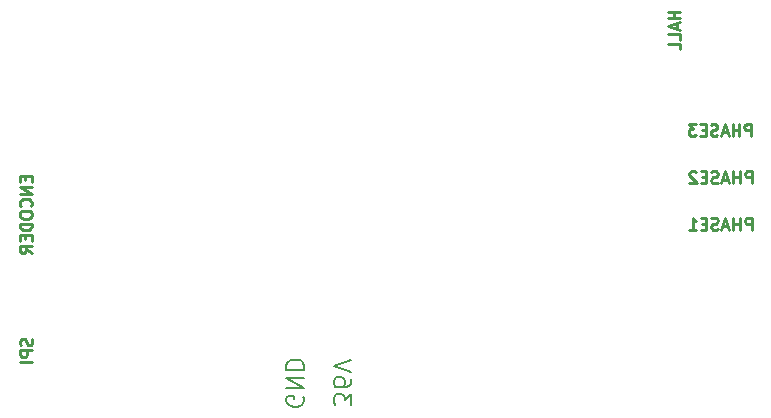
<source format=gbr>
G04 #@! TF.GenerationSoftware,KiCad,Pcbnew,5.1.2-f72e74a~84~ubuntu18.04.1*
G04 #@! TF.CreationDate,2019-08-02T14:19:08+02:00*
G04 #@! TF.ProjectId,board,626f6172-642e-46b6-9963-61645f706362,rev?*
G04 #@! TF.SameCoordinates,Original*
G04 #@! TF.FileFunction,Legend,Bot*
G04 #@! TF.FilePolarity,Positive*
%FSLAX46Y46*%
G04 Gerber Fmt 4.6, Leading zero omitted, Abs format (unit mm)*
G04 Created by KiCad (PCBNEW 5.1.2-f72e74a~84~ubuntu18.04.1) date 2019-08-02 14:19:08*
%MOMM*%
%LPD*%
G04 APERTURE LIST*
%ADD10C,0.250000*%
%ADD11C,0.200000*%
G04 APERTURE END LIST*
D10*
X196652380Y-52526190D02*
X195652380Y-52526190D01*
X196128571Y-52526190D02*
X196128571Y-53097619D01*
X196652380Y-53097619D02*
X195652380Y-53097619D01*
X196366666Y-53526190D02*
X196366666Y-54002380D01*
X196652380Y-53430952D02*
X195652380Y-53764285D01*
X196652380Y-54097619D01*
X196652380Y-54907142D02*
X196652380Y-54430952D01*
X195652380Y-54430952D01*
X196652380Y-55716666D02*
X196652380Y-55240476D01*
X195652380Y-55240476D01*
X141754761Y-80226190D02*
X141802380Y-80369047D01*
X141802380Y-80607142D01*
X141754761Y-80702380D01*
X141707142Y-80750000D01*
X141611904Y-80797619D01*
X141516666Y-80797619D01*
X141421428Y-80750000D01*
X141373809Y-80702380D01*
X141326190Y-80607142D01*
X141278571Y-80416666D01*
X141230952Y-80321428D01*
X141183333Y-80273809D01*
X141088095Y-80226190D01*
X140992857Y-80226190D01*
X140897619Y-80273809D01*
X140850000Y-80321428D01*
X140802380Y-80416666D01*
X140802380Y-80654761D01*
X140850000Y-80797619D01*
X141802380Y-81226190D02*
X140802380Y-81226190D01*
X140802380Y-81607142D01*
X140850000Y-81702380D01*
X140897619Y-81750000D01*
X140992857Y-81797619D01*
X141135714Y-81797619D01*
X141230952Y-81750000D01*
X141278571Y-81702380D01*
X141326190Y-81607142D01*
X141326190Y-81226190D01*
X141802380Y-82226190D02*
X140802380Y-82226190D01*
X141228571Y-66485714D02*
X141228571Y-66819047D01*
X141752380Y-66961904D02*
X141752380Y-66485714D01*
X140752380Y-66485714D01*
X140752380Y-66961904D01*
X141752380Y-67390476D02*
X140752380Y-67390476D01*
X141752380Y-67961904D01*
X140752380Y-67961904D01*
X141657142Y-69009523D02*
X141704761Y-68961904D01*
X141752380Y-68819047D01*
X141752380Y-68723809D01*
X141704761Y-68580952D01*
X141609523Y-68485714D01*
X141514285Y-68438095D01*
X141323809Y-68390476D01*
X141180952Y-68390476D01*
X140990476Y-68438095D01*
X140895238Y-68485714D01*
X140800000Y-68580952D01*
X140752380Y-68723809D01*
X140752380Y-68819047D01*
X140800000Y-68961904D01*
X140847619Y-69009523D01*
X140752380Y-69628571D02*
X140752380Y-69819047D01*
X140800000Y-69914285D01*
X140895238Y-70009523D01*
X141085714Y-70057142D01*
X141419047Y-70057142D01*
X141609523Y-70009523D01*
X141704761Y-69914285D01*
X141752380Y-69819047D01*
X141752380Y-69628571D01*
X141704761Y-69533333D01*
X141609523Y-69438095D01*
X141419047Y-69390476D01*
X141085714Y-69390476D01*
X140895238Y-69438095D01*
X140800000Y-69533333D01*
X140752380Y-69628571D01*
X141752380Y-70485714D02*
X140752380Y-70485714D01*
X140752380Y-70723809D01*
X140800000Y-70866666D01*
X140895238Y-70961904D01*
X140990476Y-71009523D01*
X141180952Y-71057142D01*
X141323809Y-71057142D01*
X141514285Y-71009523D01*
X141609523Y-70961904D01*
X141704761Y-70866666D01*
X141752380Y-70723809D01*
X141752380Y-70485714D01*
X141228571Y-71485714D02*
X141228571Y-71819047D01*
X141752380Y-71961904D02*
X141752380Y-71485714D01*
X140752380Y-71485714D01*
X140752380Y-71961904D01*
X141752380Y-72961904D02*
X141276190Y-72628571D01*
X141752380Y-72390476D02*
X140752380Y-72390476D01*
X140752380Y-72771428D01*
X140800000Y-72866666D01*
X140847619Y-72914285D01*
X140942857Y-72961904D01*
X141085714Y-72961904D01*
X141180952Y-72914285D01*
X141228571Y-72866666D01*
X141276190Y-72771428D01*
X141276190Y-72390476D01*
X202669047Y-63052380D02*
X202669047Y-62052380D01*
X202288095Y-62052380D01*
X202192857Y-62100000D01*
X202145238Y-62147619D01*
X202097619Y-62242857D01*
X202097619Y-62385714D01*
X202145238Y-62480952D01*
X202192857Y-62528571D01*
X202288095Y-62576190D01*
X202669047Y-62576190D01*
X201669047Y-63052380D02*
X201669047Y-62052380D01*
X201669047Y-62528571D02*
X201097619Y-62528571D01*
X201097619Y-63052380D02*
X201097619Y-62052380D01*
X200669047Y-62766666D02*
X200192857Y-62766666D01*
X200764285Y-63052380D02*
X200430952Y-62052380D01*
X200097619Y-63052380D01*
X199811904Y-63004761D02*
X199669047Y-63052380D01*
X199430952Y-63052380D01*
X199335714Y-63004761D01*
X199288095Y-62957142D01*
X199240476Y-62861904D01*
X199240476Y-62766666D01*
X199288095Y-62671428D01*
X199335714Y-62623809D01*
X199430952Y-62576190D01*
X199621428Y-62528571D01*
X199716666Y-62480952D01*
X199764285Y-62433333D01*
X199811904Y-62338095D01*
X199811904Y-62242857D01*
X199764285Y-62147619D01*
X199716666Y-62100000D01*
X199621428Y-62052380D01*
X199383333Y-62052380D01*
X199240476Y-62100000D01*
X198811904Y-62528571D02*
X198478571Y-62528571D01*
X198335714Y-63052380D02*
X198811904Y-63052380D01*
X198811904Y-62052380D01*
X198335714Y-62052380D01*
X198002380Y-62052380D02*
X197383333Y-62052380D01*
X197716666Y-62433333D01*
X197573809Y-62433333D01*
X197478571Y-62480952D01*
X197430952Y-62528571D01*
X197383333Y-62623809D01*
X197383333Y-62861904D01*
X197430952Y-62957142D01*
X197478571Y-63004761D01*
X197573809Y-63052380D01*
X197859523Y-63052380D01*
X197954761Y-63004761D01*
X198002380Y-62957142D01*
X202719047Y-67052380D02*
X202719047Y-66052380D01*
X202338095Y-66052380D01*
X202242857Y-66100000D01*
X202195238Y-66147619D01*
X202147619Y-66242857D01*
X202147619Y-66385714D01*
X202195238Y-66480952D01*
X202242857Y-66528571D01*
X202338095Y-66576190D01*
X202719047Y-66576190D01*
X201719047Y-67052380D02*
X201719047Y-66052380D01*
X201719047Y-66528571D02*
X201147619Y-66528571D01*
X201147619Y-67052380D02*
X201147619Y-66052380D01*
X200719047Y-66766666D02*
X200242857Y-66766666D01*
X200814285Y-67052380D02*
X200480952Y-66052380D01*
X200147619Y-67052380D01*
X199861904Y-67004761D02*
X199719047Y-67052380D01*
X199480952Y-67052380D01*
X199385714Y-67004761D01*
X199338095Y-66957142D01*
X199290476Y-66861904D01*
X199290476Y-66766666D01*
X199338095Y-66671428D01*
X199385714Y-66623809D01*
X199480952Y-66576190D01*
X199671428Y-66528571D01*
X199766666Y-66480952D01*
X199814285Y-66433333D01*
X199861904Y-66338095D01*
X199861904Y-66242857D01*
X199814285Y-66147619D01*
X199766666Y-66100000D01*
X199671428Y-66052380D01*
X199433333Y-66052380D01*
X199290476Y-66100000D01*
X198861904Y-66528571D02*
X198528571Y-66528571D01*
X198385714Y-67052380D02*
X198861904Y-67052380D01*
X198861904Y-66052380D01*
X198385714Y-66052380D01*
X198004761Y-66147619D02*
X197957142Y-66100000D01*
X197861904Y-66052380D01*
X197623809Y-66052380D01*
X197528571Y-66100000D01*
X197480952Y-66147619D01*
X197433333Y-66242857D01*
X197433333Y-66338095D01*
X197480952Y-66480952D01*
X198052380Y-67052380D01*
X197433333Y-67052380D01*
X202719047Y-71002380D02*
X202719047Y-70002380D01*
X202338095Y-70002380D01*
X202242857Y-70050000D01*
X202195238Y-70097619D01*
X202147619Y-70192857D01*
X202147619Y-70335714D01*
X202195238Y-70430952D01*
X202242857Y-70478571D01*
X202338095Y-70526190D01*
X202719047Y-70526190D01*
X201719047Y-71002380D02*
X201719047Y-70002380D01*
X201719047Y-70478571D02*
X201147619Y-70478571D01*
X201147619Y-71002380D02*
X201147619Y-70002380D01*
X200719047Y-70716666D02*
X200242857Y-70716666D01*
X200814285Y-71002380D02*
X200480952Y-70002380D01*
X200147619Y-71002380D01*
X199861904Y-70954761D02*
X199719047Y-71002380D01*
X199480952Y-71002380D01*
X199385714Y-70954761D01*
X199338095Y-70907142D01*
X199290476Y-70811904D01*
X199290476Y-70716666D01*
X199338095Y-70621428D01*
X199385714Y-70573809D01*
X199480952Y-70526190D01*
X199671428Y-70478571D01*
X199766666Y-70430952D01*
X199814285Y-70383333D01*
X199861904Y-70288095D01*
X199861904Y-70192857D01*
X199814285Y-70097619D01*
X199766666Y-70050000D01*
X199671428Y-70002380D01*
X199433333Y-70002380D01*
X199290476Y-70050000D01*
X198861904Y-70478571D02*
X198528571Y-70478571D01*
X198385714Y-71002380D02*
X198861904Y-71002380D01*
X198861904Y-70002380D01*
X198385714Y-70002380D01*
X197433333Y-71002380D02*
X198004761Y-71002380D01*
X197719047Y-71002380D02*
X197719047Y-70002380D01*
X197814285Y-70145238D01*
X197909523Y-70240476D01*
X198004761Y-70288095D01*
D11*
X164750000Y-85142857D02*
X164821428Y-85285714D01*
X164821428Y-85500000D01*
X164750000Y-85714285D01*
X164607142Y-85857142D01*
X164464285Y-85928571D01*
X164178571Y-86000000D01*
X163964285Y-86000000D01*
X163678571Y-85928571D01*
X163535714Y-85857142D01*
X163392857Y-85714285D01*
X163321428Y-85500000D01*
X163321428Y-85357142D01*
X163392857Y-85142857D01*
X163464285Y-85071428D01*
X163964285Y-85071428D01*
X163964285Y-85357142D01*
X163321428Y-84428571D02*
X164821428Y-84428571D01*
X163321428Y-83571428D01*
X164821428Y-83571428D01*
X163321428Y-82857142D02*
X164821428Y-82857142D01*
X164821428Y-82500000D01*
X164750000Y-82285714D01*
X164607142Y-82142857D01*
X164464285Y-82071428D01*
X164178571Y-82000000D01*
X163964285Y-82000000D01*
X163678571Y-82071428D01*
X163535714Y-82142857D01*
X163392857Y-82285714D01*
X163321428Y-82500000D01*
X163321428Y-82857142D01*
X168821428Y-85857142D02*
X168821428Y-84928571D01*
X168250000Y-85428571D01*
X168250000Y-85214285D01*
X168178571Y-85071428D01*
X168107142Y-85000000D01*
X167964285Y-84928571D01*
X167607142Y-84928571D01*
X167464285Y-85000000D01*
X167392857Y-85071428D01*
X167321428Y-85214285D01*
X167321428Y-85642857D01*
X167392857Y-85785714D01*
X167464285Y-85857142D01*
X168821428Y-83642857D02*
X168821428Y-83928571D01*
X168750000Y-84071428D01*
X168678571Y-84142857D01*
X168464285Y-84285714D01*
X168178571Y-84357142D01*
X167607142Y-84357142D01*
X167464285Y-84285714D01*
X167392857Y-84214285D01*
X167321428Y-84071428D01*
X167321428Y-83785714D01*
X167392857Y-83642857D01*
X167464285Y-83571428D01*
X167607142Y-83500000D01*
X167964285Y-83500000D01*
X168107142Y-83571428D01*
X168178571Y-83642857D01*
X168250000Y-83785714D01*
X168250000Y-84071428D01*
X168178571Y-84214285D01*
X168107142Y-84285714D01*
X167964285Y-84357142D01*
X168821428Y-83071428D02*
X167321428Y-82571428D01*
X168821428Y-82071428D01*
M02*

</source>
